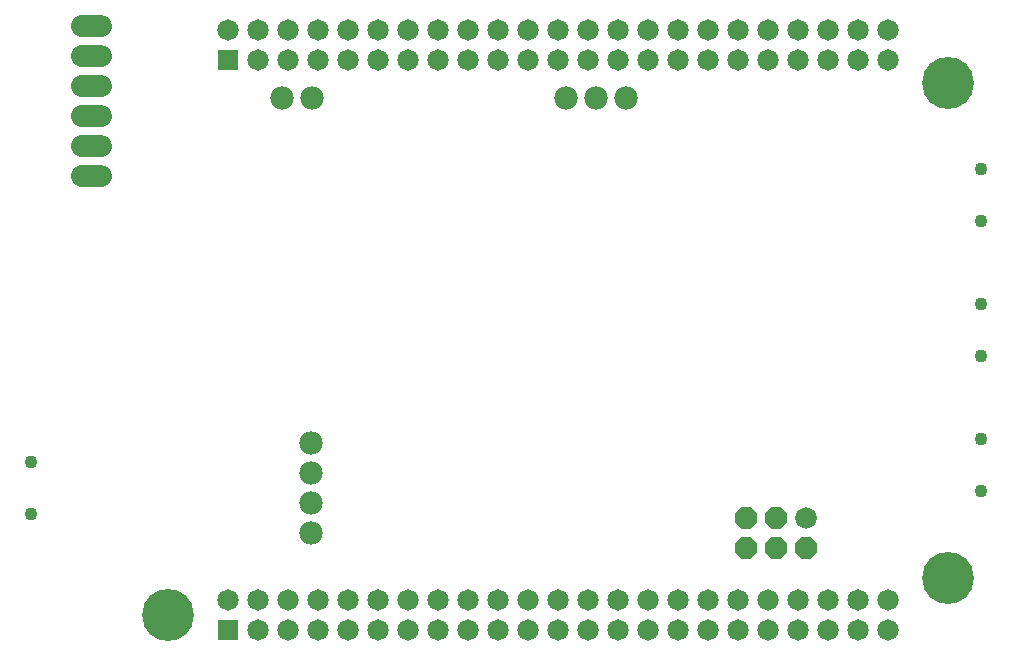
<source format=gbs>
G75*
G70*
%OFA0B0*%
%FSLAX24Y24*%
%IPPOS*%
%LPD*%
%AMOC8*
5,1,8,0,0,1.08239X$1,22.5*
%
%ADD10C,0.0720*%
%ADD11OC8,0.0720*%
%ADD12C,0.0434*%
%ADD13C,0.0720*%
%ADD14R,0.0714X0.0714*%
%ADD15C,0.0714*%
%ADD16C,0.1730*%
%ADD17C,0.0780*%
D10*
X029187Y006687D03*
D11*
X028187Y006687D03*
X027187Y006687D03*
X027187Y005687D03*
X028187Y005687D03*
X029187Y005687D03*
D12*
X035022Y007569D03*
X035022Y009301D03*
X035022Y012073D03*
X035022Y013805D03*
X035022Y016573D03*
X035022Y018305D03*
X003349Y008563D03*
X003349Y006831D03*
D13*
X005067Y018087D02*
X005707Y018087D01*
X005707Y019087D02*
X005067Y019087D01*
X005067Y020087D02*
X005707Y020087D01*
X005707Y021087D02*
X005067Y021087D01*
X005067Y022087D02*
X005707Y022087D01*
X005707Y023087D02*
X005067Y023087D01*
D14*
X009937Y021937D03*
X009937Y002937D03*
D15*
X010937Y002937D03*
X011937Y002937D03*
X012937Y002937D03*
X013937Y002937D03*
X014937Y002937D03*
X015937Y002937D03*
X016937Y002937D03*
X017937Y002937D03*
X018937Y002937D03*
X019937Y002937D03*
X020937Y002937D03*
X021937Y002937D03*
X022937Y002937D03*
X023937Y002937D03*
X024937Y002937D03*
X025937Y002937D03*
X026937Y002937D03*
X027937Y002937D03*
X028937Y002937D03*
X029937Y002937D03*
X030937Y002937D03*
X031937Y002937D03*
X031937Y003937D03*
X030937Y003937D03*
X029937Y003937D03*
X028937Y003937D03*
X027937Y003937D03*
X026937Y003937D03*
X025937Y003937D03*
X024937Y003937D03*
X023937Y003937D03*
X022937Y003937D03*
X021937Y003937D03*
X020937Y003937D03*
X019937Y003937D03*
X018937Y003937D03*
X017937Y003937D03*
X016937Y003937D03*
X015937Y003937D03*
X014937Y003937D03*
X013937Y003937D03*
X012937Y003937D03*
X011937Y003937D03*
X010937Y003937D03*
X009937Y003937D03*
X010937Y021937D03*
X011937Y021937D03*
X012937Y021937D03*
X013937Y021937D03*
X014937Y021937D03*
X015937Y021937D03*
X016937Y021937D03*
X017937Y021937D03*
X018937Y021937D03*
X019937Y021937D03*
X020937Y021937D03*
X021937Y021937D03*
X022937Y021937D03*
X023937Y021937D03*
X024937Y021937D03*
X025937Y021937D03*
X026937Y021937D03*
X027937Y021937D03*
X028937Y021937D03*
X029937Y021937D03*
X030937Y021937D03*
X031937Y021937D03*
X031937Y022937D03*
X030937Y022937D03*
X029937Y022937D03*
X028937Y022937D03*
X027937Y022937D03*
X026937Y022937D03*
X025937Y022937D03*
X024937Y022937D03*
X023937Y022937D03*
X022937Y022937D03*
X021937Y022937D03*
X020937Y022937D03*
X019937Y022937D03*
X018937Y022937D03*
X017937Y022937D03*
X016937Y022937D03*
X015937Y022937D03*
X014937Y022937D03*
X013937Y022937D03*
X012937Y022937D03*
X011937Y022937D03*
X010937Y022937D03*
X009937Y022937D03*
D16*
X007937Y003437D03*
X033937Y004687D03*
X033937Y021187D03*
D17*
X023187Y020687D03*
X022187Y020687D03*
X021187Y020687D03*
X012723Y020687D03*
X011723Y020687D03*
X012687Y009187D03*
X012687Y008187D03*
X012687Y007187D03*
X012687Y006187D03*
M02*

</source>
